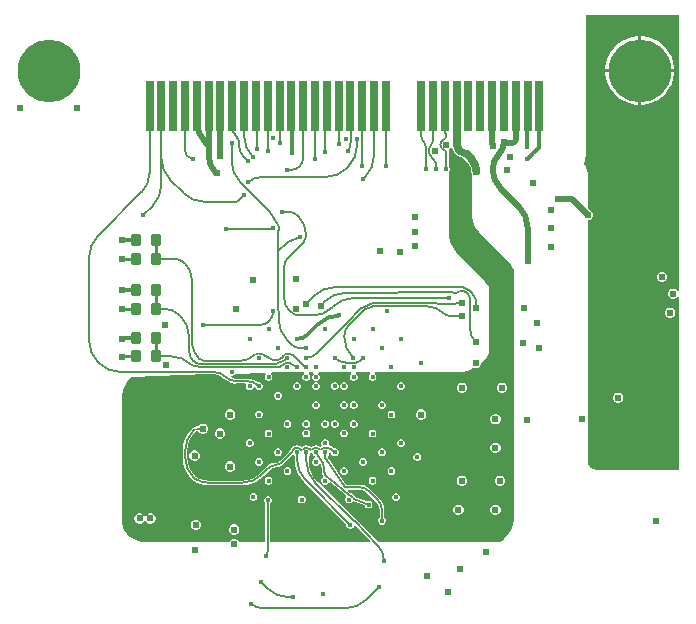
<source format=gbl>
G04*
G04 #@! TF.GenerationSoftware,Altium Limited,Altium Designer,23.3.1 (30)*
G04*
G04 Layer_Physical_Order=4*
G04 Layer_Color=16711680*
%FSLAX45Y45*%
%MOMM*%
G71*
G04*
G04 #@! TF.SameCoordinates,3C985EEB-511E-42A5-9B31-B82869618DE1*
G04*
G04*
G04 #@! TF.FilePolarity,Positive*
G04*
G01*
G75*
%ADD10C,0.12700*%
%ADD13C,0.20320*%
%ADD15C,0.25400*%
%ADD19C,0.63500*%
G04:AMPARAMS|DCode=23|XSize=1mm|YSize=0.9mm|CornerRadius=0.1125mm|HoleSize=0mm|Usage=FLASHONLY|Rotation=270.000|XOffset=0mm|YOffset=0mm|HoleType=Round|Shape=RoundedRectangle|*
%AMROUNDEDRECTD23*
21,1,1.00000,0.67500,0,0,270.0*
21,1,0.77500,0.90000,0,0,270.0*
1,1,0.22500,-0.33750,-0.38750*
1,1,0.22500,-0.33750,0.38750*
1,1,0.22500,0.33750,0.38750*
1,1,0.22500,0.33750,-0.38750*
%
%ADD23ROUNDEDRECTD23*%
%ADD54C,0.15240*%
%ADD55C,0.50800*%
%ADD56C,0.30480*%
%ADD59R,0.70000X4.20000*%
%ADD61R,0.70000X4.19999*%
%ADD64C,5.30000*%
%ADD65C,0.35560*%
%ADD66C,0.40640*%
%ADD67C,0.60960*%
G36*
X11712719Y9258032D02*
X11725798Y9226457D01*
X11748286Y9197149D01*
X11748527Y9197389D01*
X11763230Y9187565D01*
X11780573Y9184115D01*
Y9184115D01*
X11792403Y9182015D01*
X11793576Y9181782D01*
X11804059Y9174778D01*
X11804420Y9174237D01*
X11832375Y9146283D01*
X11841254Y9137403D01*
X11849201Y9127994D01*
X11859894Y9114059D01*
X11871353Y9086395D01*
X11875185Y9057285D01*
X11874679Y9056708D01*
X11874679D01*
X11878129Y9039364D01*
X11880000Y9036564D01*
Y8705210D01*
X11881223Y8680313D01*
X11890937Y8631478D01*
X11909992Y8585475D01*
X11937655Y8544074D01*
X11954395Y8525605D01*
X12200000Y8280000D01*
X12209511Y8270489D01*
X12224457Y8248121D01*
X12234752Y8223267D01*
X12240000Y8196882D01*
X12239999Y8183431D01*
X12239999D01*
X12240000Y8183431D01*
X12239999Y6138970D01*
X12240000Y6113953D01*
X12230239Y6064881D01*
X12211092Y6018655D01*
X12183295Y5977054D01*
X12165605Y5959365D01*
X12151972Y5945732D01*
X12133094Y5933118D01*
X12112118Y5924429D01*
X12089849Y5920000D01*
X12078496Y5920000D01*
X11086503D01*
X10908869Y6104792D01*
X10901678Y6112370D01*
X10900919Y6113360D01*
X10900258Y6113867D01*
X10891123Y6122625D01*
X10577197Y6429139D01*
X10569167Y6439082D01*
X10569119Y6439102D01*
X10559817Y6447754D01*
X10538762Y6473410D01*
X10517064Y6514006D01*
X10503701Y6558054D01*
X10499267Y6603078D01*
X10499423Y6603864D01*
Y6652726D01*
X10507993Y6661296D01*
X10513020Y6673432D01*
X10514280Y6674806D01*
X10519464Y6674245D01*
X10527997Y6670976D01*
X10532007Y6661296D01*
X10541296Y6652007D01*
X10550566Y6648167D01*
X10552426Y6645303D01*
X10552533Y6643996D01*
X10548191Y6630849D01*
X10541296Y6627993D01*
X10532007Y6618704D01*
X10526980Y6606568D01*
Y6593432D01*
X10532007Y6581296D01*
X10541296Y6572007D01*
X10553432Y6566980D01*
X10566568D01*
X10578704Y6572007D01*
X10586569Y6579872D01*
X10593939Y6579469D01*
X10600130Y6577566D01*
X10601099Y6573754D01*
X10608890Y6541299D01*
X10609279Y6539679D01*
X10610153Y6536857D01*
X10611728Y6531105D01*
X10612548Y6529126D01*
X10614163Y6517303D01*
X10616515Y6488650D01*
X10617097Y6486616D01*
X10618616Y6478979D01*
X10622751Y6472791D01*
X10621295Y6467993D01*
X10612006Y6458704D01*
X10606980Y6446568D01*
Y6433432D01*
X10612006Y6421296D01*
X10621295Y6412007D01*
X10633431Y6406980D01*
X10646568D01*
X10658704Y6412007D01*
X10667993Y6421296D01*
X10668702Y6423007D01*
X10681023Y6426085D01*
X10813178Y6317331D01*
X10813731Y6300428D01*
X10812007Y6298704D01*
X10806980Y6286568D01*
Y6273432D01*
X10812007Y6261296D01*
X10821296Y6252007D01*
X10833432Y6246980D01*
X10846568D01*
X10858704Y6252007D01*
X10867993Y6261295D01*
X10876782Y6268576D01*
X10974068Y6230023D01*
X10978481Y6219369D01*
X10987770Y6210080D01*
X10999906Y6205053D01*
X11013043D01*
X11025179Y6210080D01*
X11034468Y6219369D01*
X11039495Y6231505D01*
Y6244642D01*
X11034468Y6256778D01*
X11025179Y6266066D01*
X11013043Y6271093D01*
X10999906D01*
X10988155Y6266226D01*
X10894993Y6303145D01*
X10894541Y6304235D01*
X10893887Y6304506D01*
X10882118Y6322118D01*
X10862794Y6335030D01*
X10862661Y6335057D01*
X10851260Y6337876D01*
X10841036Y6344714D01*
X10831063Y6352921D01*
X10835349Y6364876D01*
X10932146D01*
Y6364711D01*
X10954282Y6361797D01*
X10974910Y6353252D01*
X10992624Y6339660D01*
X10992740Y6339777D01*
X11064266Y6268252D01*
X11073176Y6259201D01*
X11087989Y6239896D01*
X11097301Y6217414D01*
X11100478Y6193288D01*
X11100577D01*
Y6128900D01*
X11092007Y6120330D01*
X11086980Y6108194D01*
Y6095058D01*
X11092007Y6082922D01*
X11101296Y6073633D01*
X11113432Y6068606D01*
X11126568D01*
X11138704Y6073633D01*
X11147993Y6082922D01*
X11153020Y6095058D01*
Y6108194D01*
X11147993Y6120330D01*
X11139423Y6128900D01*
Y6193288D01*
X11140187D01*
X11135658Y6227692D01*
X11122379Y6259751D01*
X11101255Y6287280D01*
X11101255Y6287280D01*
X11091734Y6295720D01*
X11020209Y6367246D01*
X11020702Y6367739D01*
X10994765Y6387642D01*
X10964560Y6400153D01*
X10932146Y6404421D01*
Y6403722D01*
X10818438D01*
X10818228Y6403809D01*
X10667658Y6622331D01*
X10660948Y6632191D01*
X10659423Y6644260D01*
Y6652726D01*
X10667993Y6661296D01*
X10672674Y6672599D01*
X10678093Y6674227D01*
X10685720Y6675424D01*
X10686980Y6674373D01*
Y6673432D01*
X10692007Y6661296D01*
X10701296Y6652007D01*
X10713432Y6646980D01*
X10726568D01*
X10738704Y6652007D01*
X10747993Y6661296D01*
X10753020Y6673432D01*
Y6686568D01*
X10747993Y6698704D01*
X10738704Y6707993D01*
X10726568Y6713020D01*
X10723749D01*
X10712397Y6716276D01*
X10691706Y6730102D01*
X10677248Y6732978D01*
X10676043Y6734061D01*
X10670469Y6747275D01*
X10673020Y6753432D01*
Y6766568D01*
X10667993Y6778704D01*
X10658704Y6787993D01*
X10646568Y6793020D01*
X10633431D01*
X10621295Y6787993D01*
X10612006Y6778704D01*
X10606980Y6766568D01*
Y6753432D01*
X10611016Y6743688D01*
X10605826Y6730882D01*
X10595390Y6726614D01*
X10582794Y6735030D01*
X10560000Y6739565D01*
X10537205Y6735030D01*
X10530053Y6730251D01*
X10518778Y6724553D01*
X10508916Y6730940D01*
X10502795Y6735030D01*
X10480000Y6739565D01*
X10457206Y6735030D01*
X10440000Y6723534D01*
X10422794Y6735030D01*
X10400000Y6739565D01*
X10377206Y6735030D01*
X10357881Y6722119D01*
X10347610Y6706746D01*
X10347606Y6706741D01*
X10347606Y6706740D01*
X10344969Y6702795D01*
X10344312Y6700414D01*
X10343070Y6695919D01*
D01*
X10335569Y6686299D01*
X10255145Y6605874D01*
X10255076Y6605772D01*
X10239164Y6595140D01*
X10232210Y6593757D01*
X10220248Y6591976D01*
Y6591976D01*
X10192439Y6588315D01*
X10166525Y6577581D01*
X10144273Y6560506D01*
X10144272Y6560506D01*
X10135678Y6551140D01*
X10093963Y6509425D01*
X10093518Y6508758D01*
X10058546Y6480058D01*
X10017950Y6458359D01*
X9973902Y6444997D01*
X9928878Y6440563D01*
X9928092Y6440719D01*
X9663655D01*
X9662869Y6440563D01*
X9617846Y6444997D01*
X9573797Y6458359D01*
X9543496Y6474555D01*
Y6474555D01*
X9535524Y6483250D01*
X9511261Y6512815D01*
X9489562Y6553410D01*
X9476200Y6597459D01*
X9471766Y6642483D01*
X9471922Y6643268D01*
Y6687980D01*
X9471766Y6688765D01*
X9476200Y6733789D01*
X9489562Y6777838D01*
X9511261Y6818433D01*
X9532507Y6844322D01*
X9540957Y6853522D01*
X9548256Y6858400D01*
X9556867Y6860112D01*
X9567995Y6856315D01*
X9568315Y6855541D01*
X9580462Y6843394D01*
X9596332Y6836820D01*
X9613510D01*
X9629381Y6843394D01*
X9641528Y6855541D01*
X9648101Y6871411D01*
Y6888589D01*
X9641528Y6904460D01*
X9629381Y6916606D01*
X9613510Y6923180D01*
X9596332D01*
X9580462Y6916606D01*
X9568315Y6904460D01*
X9568070Y6903869D01*
X9556867Y6900254D01*
Y6900254D01*
X9532895Y6895486D01*
X9512572Y6881906D01*
X9512827Y6881652D01*
X9484914Y6848971D01*
X9462457Y6812325D01*
X9446010Y6772617D01*
X9435977Y6730826D01*
X9432605Y6687980D01*
X9433076D01*
Y6643268D01*
X9432605D01*
X9435977Y6600422D01*
X9446010Y6558630D01*
X9462457Y6518923D01*
X9484914Y6482277D01*
X9512826Y6449596D01*
X9512826Y6449595D01*
X9519466Y6443621D01*
X9525768Y6439411D01*
X9526089Y6439347D01*
X9534200Y6434385D01*
X9539309Y6431254D01*
X9579017Y6414807D01*
X9620808Y6404774D01*
X9663655Y6401401D01*
Y6401873D01*
X9928092D01*
Y6401401D01*
X9970939Y6404774D01*
X10012730Y6414807D01*
X10052438Y6431254D01*
X10089083Y6453711D01*
X10121765Y6481623D01*
X10121432Y6481956D01*
X10163147Y6523671D01*
X10172352Y6532427D01*
X10186380Y6543191D01*
X10202716Y6549958D01*
X10220181Y6552257D01*
X10220248Y6552199D01*
Y6552199D01*
X10243181Y6555218D01*
X10264552Y6564070D01*
X10282877Y6578131D01*
X10282905Y6578152D01*
X10282632Y6578424D01*
X10361122Y6656914D01*
X10376835Y6656467D01*
X10380577Y6652726D01*
Y6621665D01*
X10380106D01*
X10383478Y6578818D01*
X10393511Y6537027D01*
X10409958Y6497319D01*
X10432415Y6460674D01*
X10460328Y6427992D01*
X10460661Y6428325D01*
X10818987Y6069999D01*
Y6057879D01*
X10824014Y6045743D01*
X10833303Y6036455D01*
X10845439Y6031428D01*
X10858575D01*
X10870711Y6036455D01*
X10880000Y6045743D01*
X10884256Y6056017D01*
X10891630Y6059153D01*
X10897727Y6060329D01*
X11021387Y5931685D01*
X11016412Y5920000D01*
X10171559D01*
Y6245311D01*
X10173836Y6246254D01*
X10183125Y6255542D01*
X10188152Y6267679D01*
Y6280815D01*
X10183125Y6292951D01*
X10173836Y6302240D01*
X10161700Y6307267D01*
X10148563D01*
X10136427Y6302240D01*
X10127138Y6292951D01*
X10122112Y6280815D01*
Y6267679D01*
X10127138Y6255542D01*
X10132713Y6249968D01*
Y5920000D01*
X9909533D01*
X9906956Y5926222D01*
X9894809Y5938369D01*
X9878939Y5944942D01*
X9861761D01*
X9845890Y5938369D01*
X9833743Y5926222D01*
X9831166Y5920000D01*
X9112825D01*
X9092931Y5920000D01*
X9053908Y5927762D01*
X9017149Y5942988D01*
X8984067Y5965093D01*
X8958111Y5991049D01*
X8939429Y6019009D01*
X8926560Y6050076D01*
X8920000Y6083057D01*
Y6099871D01*
Y7134789D01*
Y7159806D01*
X8929761Y7208878D01*
X8948908Y7255104D01*
X8976705Y7296705D01*
X9000000Y7320000D01*
X9636000Y7339282D01*
X9696182D01*
X9696795Y7339404D01*
X9728695Y7335205D01*
X9758993Y7322655D01*
X9775070Y7310318D01*
X9784328Y7302009D01*
X9784329Y7302009D01*
X9812399Y7280470D01*
X9845088Y7266929D01*
X9880168Y7262311D01*
Y7263073D01*
X9960083D01*
X9968569Y7250372D01*
X9966959Y7246486D01*
Y7233350D01*
X9971986Y7221214D01*
X9981275Y7211925D01*
X9993411Y7206898D01*
X10006548D01*
X10018684Y7211925D01*
X10027973Y7221214D01*
X10029484Y7224862D01*
X10044733Y7230256D01*
X10049123Y7227941D01*
X10052007Y7220978D01*
X10061296Y7211690D01*
X10073432Y7206663D01*
X10086568D01*
X10098704Y7211690D01*
X10107993Y7220978D01*
X10113020Y7233115D01*
Y7246251D01*
X10107993Y7258387D01*
X10098704Y7267676D01*
X10086568Y7272703D01*
X10073432D01*
X10073104Y7272567D01*
X10068928Y7275994D01*
X10039236Y7291865D01*
X10007019Y7301638D01*
X9973514Y7304938D01*
Y7304509D01*
X9880168D01*
Y7304583D01*
X9856029Y7307761D01*
X9840289Y7314280D01*
X9842816Y7326980D01*
X9853348D01*
X9865484Y7332007D01*
X9874773Y7341296D01*
X9876965Y7346588D01*
X10129589Y7354247D01*
X10135008Y7341705D01*
X10132007Y7338704D01*
X10126980Y7326568D01*
Y7313432D01*
X10132007Y7301296D01*
X10141296Y7292007D01*
X10153432Y7286980D01*
X10166568D01*
X10178704Y7292007D01*
X10187993Y7301296D01*
X10193020Y7313432D01*
Y7326568D01*
X10187993Y7338704D01*
X10183521Y7343176D01*
X10188621Y7356037D01*
X10319360Y7360000D01*
X10457097D01*
X10460338Y7350732D01*
X10460603Y7347300D01*
X10452007Y7338704D01*
X10446980Y7326568D01*
Y7313432D01*
X10452007Y7301296D01*
X10461296Y7292007D01*
X10473432Y7286980D01*
X10486568D01*
X10498704Y7292007D01*
X10507993Y7301296D01*
X10513020Y7313432D01*
Y7326568D01*
X10507993Y7338704D01*
X10499397Y7347300D01*
X10499662Y7350732D01*
X10502904Y7360000D01*
X10537097D01*
X10540338Y7350732D01*
X10540603Y7347300D01*
X10532007Y7338704D01*
X10526980Y7326568D01*
Y7313432D01*
X10532007Y7301296D01*
X10541296Y7292007D01*
X10553432Y7286980D01*
X10566568D01*
X10578704Y7292007D01*
X10587993Y7301296D01*
X10593020Y7313432D01*
Y7326568D01*
X10587993Y7338704D01*
X10579397Y7347300D01*
X10579662Y7350732D01*
X10582903Y7360000D01*
X10857097D01*
X10860338Y7350732D01*
X10860603Y7347300D01*
X10852007Y7338704D01*
X10846980Y7326568D01*
Y7313432D01*
X10852007Y7301296D01*
X10861296Y7292007D01*
X10873432Y7286980D01*
X10886568D01*
X10898704Y7292007D01*
X10907993Y7301296D01*
X10913020Y7313432D01*
Y7326568D01*
X10907993Y7338704D01*
X10899397Y7347300D01*
X10899662Y7350732D01*
X10902904Y7360000D01*
X11017097D01*
X11020338Y7350732D01*
X11020603Y7347300D01*
X11012007Y7338704D01*
X11006980Y7326568D01*
Y7313432D01*
X11012007Y7301296D01*
X11021296Y7292007D01*
X11033432Y7286980D01*
X11046568D01*
X11058704Y7292007D01*
X11067993Y7301296D01*
X11073020Y7313432D01*
Y7326568D01*
X11067993Y7338704D01*
X11059397Y7347300D01*
X11059662Y7350732D01*
X11062903Y7360000D01*
X11774790D01*
X11799686Y7361223D01*
X11848522Y7370937D01*
X11894524Y7389992D01*
X11898654Y7392751D01*
X11905411Y7389952D01*
X11922589D01*
X11938459Y7396526D01*
X11950606Y7408673D01*
X11957180Y7424543D01*
Y7437180D01*
X12000000Y7480000D01*
X12006487Y7487158D01*
X12017208Y7503203D01*
X12024593Y7521032D01*
X12028358Y7539960D01*
X12028832Y7549608D01*
X12028833Y7549609D01*
Y8045233D01*
X12028299Y8056102D01*
X12024058Y8077424D01*
X12015738Y8097508D01*
X12003661Y8115584D01*
X11996352Y8123647D01*
X11996352Y8123648D01*
X11762770Y8357230D01*
X11745081Y8374919D01*
X11717283Y8416521D01*
X11698137Y8462746D01*
X11688375Y8511818D01*
Y8536834D01*
X11688375Y9058498D01*
X11691673Y9061796D01*
X11696700Y9073932D01*
Y9087068D01*
X11691673Y9099204D01*
X11688375Y9102502D01*
Y9249293D01*
X11698946Y9259864D01*
X11704338Y9260170D01*
X11712719Y9258032D01*
D02*
G37*
G36*
X13636343Y8049452D02*
X13623643Y8046925D01*
X13623067Y8048319D01*
X13610919Y8060466D01*
X13595049Y8067040D01*
X13577872D01*
X13562001Y8060466D01*
X13549854Y8048319D01*
X13543280Y8032449D01*
Y8015271D01*
X13549854Y7999401D01*
X13562001Y7987254D01*
X13577872Y7980680D01*
X13595049D01*
X13610919Y7987254D01*
X13623067Y7999401D01*
X13623643Y8000795D01*
X13636343Y7998268D01*
X13636343Y6532880D01*
X12931531D01*
X12917294Y6535712D01*
X12903883Y6541266D01*
X12891815Y6549331D01*
X12881551Y6559595D01*
X12873486Y6571664D01*
X12867932Y6585074D01*
X12865100Y6599310D01*
Y6606568D01*
Y8643620D01*
X12873689D01*
X12889558Y8650194D01*
X12901706Y8662341D01*
X12908279Y8678211D01*
Y8695389D01*
X12901706Y8711259D01*
X12889558Y8723406D01*
X12879099Y8727740D01*
X12865100Y8741737D01*
Y9028273D01*
X12864415Y9042214D01*
X12858975Y9069563D01*
X12848305Y9095324D01*
X12832812Y9118509D01*
X12826347Y9124974D01*
X12829352Y9130178D01*
X12835168Y9144221D01*
X12837120Y9151502D01*
X12839542Y9158639D01*
X12842506Y9173548D01*
X12842879Y9179197D01*
X12843892Y9184768D01*
X12844266Y9192368D01*
X12844110Y9194260D01*
X12844357Y9196142D01*
X12844357Y10384984D01*
X13636343D01*
Y8049452D01*
D02*
G37*
%LPC*%
G36*
X10566568Y7273020D02*
X10553432D01*
X10541296Y7267993D01*
X10532007Y7258705D01*
X10526980Y7246568D01*
Y7233432D01*
X10532007Y7221296D01*
X10541296Y7212007D01*
X10553432Y7206980D01*
X10566568D01*
X10578704Y7212007D01*
X10587993Y7221296D01*
X10593020Y7233432D01*
Y7246568D01*
X10587993Y7258705D01*
X10578704Y7267993D01*
X10566568Y7273020D01*
D02*
G37*
G36*
X11286568Y7273020D02*
X11273432D01*
X11261296Y7267993D01*
X11252007Y7258704D01*
X11246980Y7246568D01*
Y7233432D01*
X11252007Y7221296D01*
X11261296Y7212007D01*
X11273432Y7206980D01*
X11286568D01*
X11298704Y7212007D01*
X11307993Y7221296D01*
X11313020Y7233432D01*
Y7246568D01*
X11307993Y7258704D01*
X11298704Y7267993D01*
X11286568Y7273020D01*
D02*
G37*
G36*
X10806568D02*
X10793432D01*
X10781296Y7267993D01*
X10772007Y7258704D01*
X10766980Y7246568D01*
Y7233432D01*
X10772007Y7221296D01*
X10781296Y7212007D01*
X10793432Y7206980D01*
X10806568D01*
X10818704Y7212007D01*
X10827993Y7221296D01*
X10833020Y7233432D01*
Y7246568D01*
X10827993Y7258704D01*
X10818704Y7267993D01*
X10806568Y7273020D01*
D02*
G37*
G36*
X10726568D02*
X10713432D01*
X10701296Y7267993D01*
X10692007Y7258704D01*
X10686980Y7246568D01*
Y7233432D01*
X10692007Y7221296D01*
X10701296Y7212007D01*
X10713432Y7206980D01*
X10726568D01*
X10738704Y7212007D01*
X10747993Y7221296D01*
X10753020Y7233432D01*
Y7246568D01*
X10747993Y7258704D01*
X10738704Y7267993D01*
X10726568Y7273020D01*
D02*
G37*
G36*
X10406568D02*
X10393432D01*
X10381296Y7267993D01*
X10372007Y7258704D01*
X10366980Y7246568D01*
Y7233432D01*
X10372007Y7221296D01*
X10381296Y7212007D01*
X10393432Y7206980D01*
X10406568D01*
X10418704Y7212007D01*
X10427993Y7221296D01*
X10433020Y7233432D01*
Y7246568D01*
X10427993Y7258704D01*
X10418704Y7267993D01*
X10406568Y7273020D01*
D02*
G37*
G36*
X12145146Y7269748D02*
X12127968D01*
X12112098Y7263174D01*
X12099951Y7251027D01*
X12093377Y7235157D01*
Y7217979D01*
X12099951Y7202108D01*
X12112098Y7189961D01*
X12127968Y7183388D01*
X12145146D01*
X12161017Y7189961D01*
X12173163Y7202108D01*
X12179737Y7217979D01*
Y7235157D01*
X12173163Y7251027D01*
X12161017Y7263174D01*
X12145146Y7269748D01*
D02*
G37*
G36*
X11807645D02*
X11790467D01*
X11774597Y7263174D01*
X11762450Y7251027D01*
X11755876Y7235157D01*
Y7217979D01*
X11762450Y7202108D01*
X11774597Y7189961D01*
X11790467Y7183388D01*
X11807645D01*
X11823516Y7189961D01*
X11835663Y7202108D01*
X11842236Y7217979D01*
Y7235157D01*
X11835663Y7251027D01*
X11823516Y7263174D01*
X11807645Y7269748D01*
D02*
G37*
G36*
X10246568Y7193020D02*
X10233432D01*
X10221296Y7187993D01*
X10212007Y7178704D01*
X10206980Y7166568D01*
Y7153432D01*
X10212007Y7141296D01*
X10221296Y7132007D01*
X10233432Y7126980D01*
X10246568D01*
X10258704Y7132007D01*
X10267993Y7141296D01*
X10273020Y7153432D01*
Y7166568D01*
X10267993Y7178704D01*
X10258704Y7187993D01*
X10246568Y7193020D01*
D02*
G37*
G36*
X11126568Y7113020D02*
X11113432D01*
X11101296Y7107993D01*
X11092007Y7098704D01*
X11086980Y7086568D01*
Y7073432D01*
X11092007Y7061296D01*
X11101296Y7052007D01*
X11113432Y7046980D01*
X11126568D01*
X11138704Y7052007D01*
X11147993Y7061296D01*
X11153020Y7073432D01*
Y7086568D01*
X11147993Y7098704D01*
X11138704Y7107993D01*
X11126568Y7113020D01*
D02*
G37*
G36*
X10886568D02*
X10873432D01*
X10861296Y7107993D01*
X10852007Y7098704D01*
X10846980Y7086568D01*
Y7073432D01*
X10852007Y7061296D01*
X10861296Y7052007D01*
X10873432Y7046980D01*
X10886568D01*
X10898704Y7052007D01*
X10907993Y7061296D01*
X10913020Y7073432D01*
Y7086568D01*
X10907993Y7098704D01*
X10898704Y7107993D01*
X10886568Y7113020D01*
D02*
G37*
G36*
X10806568D02*
X10793432D01*
X10781296Y7107993D01*
X10772007Y7098704D01*
X10766980Y7086568D01*
Y7073432D01*
X10772007Y7061296D01*
X10781296Y7052007D01*
X10793432Y7046980D01*
X10806568D01*
X10818704Y7052007D01*
X10827993Y7061296D01*
X10833020Y7073432D01*
Y7086568D01*
X10827993Y7098704D01*
X10818704Y7107993D01*
X10806568Y7113020D01*
D02*
G37*
G36*
X10566568D02*
X10553432D01*
X10541296Y7107993D01*
X10532007Y7098704D01*
X10526980Y7086568D01*
Y7073432D01*
X10532007Y7061296D01*
X10541296Y7052007D01*
X10553432Y7046980D01*
X10566568D01*
X10578704Y7052007D01*
X10587993Y7061296D01*
X10593020Y7073432D01*
Y7086568D01*
X10587993Y7098704D01*
X10578704Y7107993D01*
X10566568Y7113020D01*
D02*
G37*
G36*
X11206568Y7033020D02*
X11193432D01*
X11181296Y7027993D01*
X11172007Y7018704D01*
X11166980Y7006568D01*
Y6993432D01*
X11172007Y6981296D01*
X11181296Y6972007D01*
X11193432Y6966980D01*
X11206568D01*
X11218704Y6972007D01*
X11227993Y6981296D01*
X11233020Y6993432D01*
Y7006568D01*
X11227993Y7018704D01*
X11218704Y7027993D01*
X11206568Y7033020D01*
D02*
G37*
G36*
X10086568D02*
X10073432D01*
X10061296Y7027993D01*
X10052007Y7018704D01*
X10046980Y7006568D01*
Y6993432D01*
X10052007Y6981296D01*
X10061296Y6972007D01*
X10073432Y6966980D01*
X10086568D01*
X10098704Y6972007D01*
X10107993Y6981296D01*
X10113020Y6993432D01*
Y7006568D01*
X10107993Y7018704D01*
X10098704Y7027993D01*
X10086568Y7033020D01*
D02*
G37*
G36*
X11461767Y7043180D02*
X11444589D01*
X11428719Y7036606D01*
X11416572Y7024459D01*
X11409998Y7008589D01*
Y6991411D01*
X11416572Y6975541D01*
X11428719Y6963394D01*
X11444589Y6956820D01*
X11461767D01*
X11477638Y6963394D01*
X11489784Y6975541D01*
X11496358Y6991411D01*
Y7008589D01*
X11489784Y7024459D01*
X11477638Y7036606D01*
X11461767Y7043180D01*
D02*
G37*
G36*
X9844712D02*
X9827534D01*
X9811663Y7036606D01*
X9799517Y7024459D01*
X9792943Y7008589D01*
Y6991411D01*
X9799517Y6975541D01*
X9811663Y6963394D01*
X9827534Y6956820D01*
X9844712D01*
X9860582Y6963394D01*
X9872729Y6975541D01*
X9879303Y6991411D01*
Y7008589D01*
X9872729Y7024459D01*
X9860582Y7036606D01*
X9844712Y7043180D01*
D02*
G37*
G36*
X12089691Y7003180D02*
X12072513D01*
X12056642Y6996606D01*
X12044496Y6984459D01*
X12037922Y6968589D01*
Y6951411D01*
X12044496Y6935541D01*
X12056642Y6923394D01*
X12072513Y6916820D01*
X12089691D01*
X12105561Y6923394D01*
X12117708Y6935541D01*
X12124282Y6951411D01*
Y6968589D01*
X12117708Y6984459D01*
X12105561Y6996606D01*
X12089691Y7003180D01*
D02*
G37*
G36*
X10486568Y6953020D02*
X10473432D01*
X10461296Y6947993D01*
X10452007Y6938704D01*
X10446980Y6926568D01*
Y6913432D01*
X10452007Y6901296D01*
X10461296Y6892007D01*
X10473432Y6886980D01*
X10486568D01*
X10498704Y6892007D01*
X10507993Y6901296D01*
X10513020Y6913432D01*
Y6926568D01*
X10507993Y6938704D01*
X10498704Y6947993D01*
X10486568Y6953020D01*
D02*
G37*
G36*
X10886568Y6953020D02*
X10873432D01*
X10861296Y6947993D01*
X10852007Y6938704D01*
X10846980Y6926568D01*
Y6913432D01*
X10852007Y6901296D01*
X10861296Y6892007D01*
X10873432Y6886980D01*
X10886568D01*
X10898704Y6892007D01*
X10907993Y6901296D01*
X10913020Y6913432D01*
Y6926568D01*
X10907993Y6938704D01*
X10898704Y6947993D01*
X10886568Y6953020D01*
D02*
G37*
G36*
X10726568D02*
X10713432D01*
X10701296Y6947993D01*
X10692007Y6938704D01*
X10686980Y6926568D01*
Y6913432D01*
X10692007Y6901296D01*
X10701296Y6892007D01*
X10713432Y6886980D01*
X10726568D01*
X10738704Y6892007D01*
X10747993Y6901296D01*
X10753020Y6913432D01*
Y6926568D01*
X10747993Y6938704D01*
X10738704Y6947993D01*
X10726568Y6953020D01*
D02*
G37*
G36*
X10646568D02*
X10633432D01*
X10621296Y6947993D01*
X10612007Y6938704D01*
X10606980Y6926568D01*
Y6913432D01*
X10612007Y6901296D01*
X10621296Y6892007D01*
X10633432Y6886980D01*
X10646568D01*
X10658704Y6892007D01*
X10667993Y6901296D01*
X10673020Y6913432D01*
Y6926568D01*
X10667993Y6938704D01*
X10658704Y6947993D01*
X10646568Y6953020D01*
D02*
G37*
G36*
X10326568D02*
X10313432D01*
X10301296Y6947993D01*
X10292007Y6938704D01*
X10286980Y6926568D01*
Y6913432D01*
X10292007Y6901296D01*
X10301296Y6892007D01*
X10313432Y6886980D01*
X10326568D01*
X10338704Y6892007D01*
X10347993Y6901296D01*
X10353020Y6913432D01*
Y6926568D01*
X10347993Y6938704D01*
X10338704Y6947993D01*
X10326568Y6953020D01*
D02*
G37*
G36*
X10806568Y6873020D02*
X10793432D01*
X10781296Y6867993D01*
X10772007Y6858705D01*
X10766980Y6846568D01*
Y6833432D01*
X10772007Y6821296D01*
X10781296Y6812007D01*
X10793432Y6806980D01*
X10806568D01*
X10818704Y6812007D01*
X10827993Y6821296D01*
X10833020Y6833432D01*
Y6846568D01*
X10827993Y6858705D01*
X10818704Y6867993D01*
X10806568Y6873020D01*
D02*
G37*
G36*
X10486568D02*
X10473432D01*
X10461296Y6867993D01*
X10452007Y6858705D01*
X10446980Y6846568D01*
Y6833432D01*
X10452007Y6821296D01*
X10461296Y6812007D01*
X10473432Y6806980D01*
X10486568D01*
X10498704Y6812007D01*
X10507993Y6821296D01*
X10513020Y6833432D01*
Y6846568D01*
X10507993Y6858705D01*
X10498704Y6867993D01*
X10486568Y6873020D01*
D02*
G37*
G36*
X11046568Y6872120D02*
X11033432D01*
X11021296Y6867093D01*
X11012007Y6857804D01*
X11006980Y6845668D01*
Y6832532D01*
X11012007Y6820396D01*
X11021296Y6811107D01*
X11033432Y6806080D01*
X11046568D01*
X11058704Y6811107D01*
X11067993Y6820396D01*
X11073020Y6832532D01*
Y6845668D01*
X11067993Y6857804D01*
X11058704Y6867093D01*
X11046568Y6872120D01*
D02*
G37*
G36*
X10166568D02*
X10153432D01*
X10141296Y6867093D01*
X10132007Y6857804D01*
X10126980Y6845668D01*
Y6832532D01*
X10132007Y6820396D01*
X10141296Y6811107D01*
X10153432Y6806080D01*
X10166568D01*
X10178704Y6811107D01*
X10187993Y6820396D01*
X10193020Y6832532D01*
Y6845668D01*
X10187993Y6857804D01*
X10178704Y6867093D01*
X10166568Y6872120D01*
D02*
G37*
G36*
X9756374Y6882280D02*
X9739196D01*
X9723326Y6875706D01*
X9711179Y6863560D01*
X9704605Y6847689D01*
Y6830511D01*
X9711179Y6814641D01*
X9723326Y6802494D01*
X9739196Y6795920D01*
X9756374D01*
X9772245Y6802494D01*
X9784391Y6814641D01*
X9790965Y6830511D01*
Y6847689D01*
X9784391Y6863560D01*
X9772245Y6875706D01*
X9756374Y6882280D01*
D02*
G37*
G36*
X10006604Y6793085D02*
X9993468D01*
X9981332Y6788058D01*
X9972043Y6778769D01*
X9967016Y6766633D01*
Y6753497D01*
X9972043Y6741361D01*
X9981332Y6732072D01*
X9993468Y6727045D01*
X10006604D01*
X10018740Y6732072D01*
X10028029Y6741361D01*
X10033056Y6753497D01*
Y6766633D01*
X10028029Y6778769D01*
X10018740Y6788058D01*
X10006604Y6793085D01*
D02*
G37*
G36*
X11286568Y6793020D02*
X11273432D01*
X11261296Y6787993D01*
X11252007Y6778704D01*
X11246980Y6766568D01*
Y6753432D01*
X11252007Y6741296D01*
X11261296Y6732007D01*
X11273432Y6726980D01*
X11286568D01*
X11298704Y6732007D01*
X11307993Y6741296D01*
X11313020Y6753432D01*
Y6766568D01*
X11307993Y6778704D01*
X11298704Y6787993D01*
X11286568Y6793020D01*
D02*
G37*
G36*
X12089691Y6763180D02*
X12072513D01*
X12056642Y6756607D01*
X12044496Y6744460D01*
X12037922Y6728589D01*
Y6711411D01*
X12044496Y6695541D01*
X12056642Y6683394D01*
X12072513Y6676820D01*
X12089691D01*
X12105561Y6683394D01*
X12117708Y6695541D01*
X12124282Y6711411D01*
Y6728589D01*
X12117708Y6744460D01*
X12105561Y6756607D01*
X12089691Y6763180D01*
D02*
G37*
G36*
X11126568Y6713020D02*
X11113432D01*
X11101296Y6707993D01*
X11092007Y6698704D01*
X11086980Y6686568D01*
Y6673432D01*
X11092007Y6661296D01*
X11101296Y6652007D01*
X11113432Y6646980D01*
X11126568D01*
X11138704Y6652007D01*
X11147993Y6661296D01*
X11153020Y6673432D01*
Y6686568D01*
X11147993Y6698704D01*
X11138704Y6707993D01*
X11126568Y6713020D01*
D02*
G37*
G36*
X10246568D02*
X10233432D01*
X10221296Y6707993D01*
X10212007Y6698704D01*
X10206980Y6686568D01*
Y6673432D01*
X10212007Y6661296D01*
X10221296Y6652007D01*
X10233432Y6646980D01*
X10246568D01*
X10258704Y6652007D01*
X10267993Y6661296D01*
X10273020Y6673432D01*
Y6686568D01*
X10267993Y6698704D01*
X10258704Y6707993D01*
X10246568Y6713020D01*
D02*
G37*
G36*
X9541588Y6695906D02*
X9524410D01*
X9508540Y6689332D01*
X9496393Y6677185D01*
X9489819Y6661315D01*
Y6644137D01*
X9496393Y6628266D01*
X9508540Y6616120D01*
X9524410Y6609546D01*
X9541588D01*
X9557459Y6616120D01*
X9569605Y6628266D01*
X9576179Y6644137D01*
Y6661315D01*
X9569605Y6677185D01*
X9557459Y6689332D01*
X9541588Y6695906D01*
D02*
G37*
G36*
X11426408Y6673020D02*
X11413272D01*
X11401136Y6667993D01*
X11391847Y6658704D01*
X11386820Y6646568D01*
Y6633432D01*
X11391847Y6621296D01*
X11401136Y6612007D01*
X11413272Y6606980D01*
X11426408D01*
X11438544Y6612007D01*
X11447833Y6621296D01*
X11452860Y6633432D01*
Y6646568D01*
X11447833Y6658704D01*
X11438544Y6667993D01*
X11426408Y6673020D01*
D02*
G37*
G36*
X10966568Y6633020D02*
X10953432D01*
X10941296Y6627993D01*
X10932007Y6618704D01*
X10926980Y6606568D01*
Y6593432D01*
X10932007Y6581296D01*
X10941296Y6572007D01*
X10953432Y6566980D01*
X10966568D01*
X10978704Y6572007D01*
X10987993Y6581296D01*
X10993020Y6593432D01*
Y6606568D01*
X10987993Y6618704D01*
X10978704Y6627993D01*
X10966568Y6633020D01*
D02*
G37*
G36*
X10086568D02*
X10073432D01*
X10061296Y6627993D01*
X10052007Y6618704D01*
X10046980Y6606568D01*
Y6593432D01*
X10052007Y6581296D01*
X10061296Y6572007D01*
X10073432Y6566980D01*
X10086568D01*
X10098704Y6572007D01*
X10107993Y6581296D01*
X10113020Y6593432D01*
Y6606568D01*
X10107993Y6618704D01*
X10098704Y6627993D01*
X10086568Y6633020D01*
D02*
G37*
G36*
X9844712Y6603180D02*
X9827534D01*
X9811663Y6596606D01*
X9799517Y6584460D01*
X9792943Y6568589D01*
Y6551411D01*
X9799517Y6535541D01*
X9811663Y6523394D01*
X9827534Y6516820D01*
X9844712D01*
X9860582Y6523394D01*
X9872729Y6535541D01*
X9879303Y6551411D01*
Y6568589D01*
X9872729Y6584460D01*
X9860582Y6596606D01*
X9844712Y6603180D01*
D02*
G37*
G36*
X11206568Y6553020D02*
X11193432D01*
X11181296Y6547993D01*
X11172007Y6538704D01*
X11166980Y6526568D01*
Y6513432D01*
X11172007Y6501296D01*
X11181296Y6492007D01*
X11193432Y6486980D01*
X11206568D01*
X11218704Y6492007D01*
X11227993Y6501296D01*
X11233020Y6513432D01*
Y6526568D01*
X11227993Y6538704D01*
X11218704Y6547993D01*
X11206568Y6553020D01*
D02*
G37*
G36*
X10806568D02*
X10793432D01*
X10781296Y6547993D01*
X10772007Y6538704D01*
X10766980Y6526568D01*
Y6513432D01*
X10772007Y6501296D01*
X10781296Y6492007D01*
X10793432Y6486980D01*
X10806568D01*
X10818704Y6492007D01*
X10827993Y6501296D01*
X10833020Y6513432D01*
Y6526568D01*
X10827993Y6538704D01*
X10818704Y6547993D01*
X10806568Y6553020D01*
D02*
G37*
G36*
X10326568D02*
X10313432D01*
X10301296Y6547993D01*
X10292007Y6538704D01*
X10286980Y6526568D01*
Y6513432D01*
X10292007Y6501296D01*
X10301296Y6492007D01*
X10313432Y6486980D01*
X10326568D01*
X10338704Y6492007D01*
X10347993Y6501296D01*
X10353020Y6513432D01*
Y6526568D01*
X10347993Y6538704D01*
X10338704Y6547993D01*
X10326568Y6553020D01*
D02*
G37*
G36*
X11046568Y6473020D02*
X11033432D01*
X11021296Y6467993D01*
X11012007Y6458704D01*
X11006980Y6446568D01*
Y6433432D01*
X11012007Y6421296D01*
X11021296Y6412007D01*
X11033432Y6406980D01*
X11046568D01*
X11058704Y6412007D01*
X11067993Y6421296D01*
X11073020Y6433432D01*
Y6446568D01*
X11067993Y6458704D01*
X11058704Y6467993D01*
X11046568Y6473020D01*
D02*
G37*
G36*
X10166568D02*
X10153432D01*
X10141296Y6467993D01*
X10132007Y6458704D01*
X10126980Y6446568D01*
Y6433432D01*
X10132007Y6421296D01*
X10141296Y6412007D01*
X10153432Y6406980D01*
X10166568D01*
X10178704Y6412007D01*
X10187993Y6421296D01*
X10193020Y6433432D01*
Y6446568D01*
X10187993Y6458704D01*
X10178704Y6467993D01*
X10166568Y6473020D01*
D02*
G37*
G36*
X12128589Y6483180D02*
X12111411D01*
X12095540Y6476606D01*
X12083394Y6464460D01*
X12076820Y6448589D01*
Y6431411D01*
X12083394Y6415541D01*
X12095540Y6403394D01*
X12111411Y6396820D01*
X12128589D01*
X12144459Y6403394D01*
X12156606Y6415541D01*
X12163180Y6431411D01*
Y6448589D01*
X12156606Y6464460D01*
X12144459Y6476606D01*
X12128589Y6483180D01*
D02*
G37*
G36*
X11803416D02*
X11786238D01*
X11770368Y6476606D01*
X11758221Y6464460D01*
X11751647Y6448589D01*
Y6431411D01*
X11758221Y6415541D01*
X11770368Y6403394D01*
X11786238Y6396820D01*
X11803416D01*
X11819286Y6403394D01*
X11831433Y6415541D01*
X11838007Y6431411D01*
Y6448589D01*
X11831433Y6464460D01*
X11819286Y6476606D01*
X11803416Y6483180D01*
D02*
G37*
G36*
X10038097Y6335260D02*
X10024961D01*
X10012825Y6330233D01*
X10003536Y6320944D01*
X9998509Y6308808D01*
Y6295672D01*
X10003536Y6283536D01*
X10012825Y6274247D01*
X10024961Y6269220D01*
X10038097D01*
X10050233Y6274247D01*
X10059522Y6283536D01*
X10064549Y6295672D01*
Y6308808D01*
X10059522Y6320944D01*
X10050233Y6330233D01*
X10038097Y6335260D01*
D02*
G37*
G36*
X11246068Y6334760D02*
X11232932D01*
X11220796Y6329733D01*
X11211507Y6320444D01*
X11206480Y6308308D01*
Y6295172D01*
X11211507Y6283036D01*
X11220796Y6273747D01*
X11232932Y6268720D01*
X11246068D01*
X11258204Y6273747D01*
X11267493Y6283036D01*
X11272520Y6295172D01*
Y6308308D01*
X11267493Y6320444D01*
X11258204Y6329733D01*
X11246068Y6334760D01*
D02*
G37*
G36*
X10446568Y6313020D02*
X10433432D01*
X10421296Y6307993D01*
X10412007Y6298704D01*
X10406980Y6286568D01*
Y6273432D01*
X10412007Y6261296D01*
X10421296Y6252007D01*
X10433432Y6246980D01*
X10446568D01*
X10458704Y6252007D01*
X10467993Y6261296D01*
X10473020Y6273432D01*
Y6286568D01*
X10467993Y6298704D01*
X10458704Y6307993D01*
X10446568Y6313020D01*
D02*
G37*
G36*
X12089691Y6238073D02*
X12072513D01*
X12056642Y6231500D01*
X12044496Y6219353D01*
X12037922Y6203482D01*
Y6186304D01*
X12044496Y6170434D01*
X12056642Y6158287D01*
X12072513Y6151713D01*
X12089691D01*
X12105561Y6158287D01*
X12117708Y6170434D01*
X12124282Y6186304D01*
Y6203482D01*
X12117708Y6219353D01*
X12105561Y6231500D01*
X12089691Y6238073D01*
D02*
G37*
G36*
X11776368D02*
X11759190D01*
X11743320Y6231500D01*
X11731173Y6219353D01*
X11724599Y6203482D01*
Y6186304D01*
X11731173Y6170434D01*
X11743320Y6158287D01*
X11759190Y6151713D01*
X11776368D01*
X11792239Y6158287D01*
X11804386Y6170434D01*
X11810959Y6186304D01*
Y6203482D01*
X11804386Y6219353D01*
X11792239Y6231500D01*
X11776368Y6238073D01*
D02*
G37*
G36*
X9168589Y6163180D02*
X9151411D01*
X9135541Y6156606D01*
X9123394Y6144459D01*
X9120873Y6138374D01*
X9107127D01*
X9104606Y6144459D01*
X9092459Y6156606D01*
X9076589Y6163180D01*
X9059411D01*
X9043540Y6156606D01*
X9031393Y6144459D01*
X9024820Y6128589D01*
Y6111411D01*
X9031393Y6095540D01*
X9043540Y6083393D01*
X9059411Y6076820D01*
X9076589D01*
X9092459Y6083393D01*
X9104606Y6095540D01*
X9107127Y6101626D01*
X9120873D01*
X9123394Y6095541D01*
X9135541Y6083394D01*
X9151411Y6076820D01*
X9168589D01*
X9184459Y6083394D01*
X9196606Y6095541D01*
X9203180Y6111411D01*
Y6128589D01*
X9196606Y6144459D01*
X9184459Y6156606D01*
X9168589Y6163180D01*
D02*
G37*
G36*
X9551574Y6107628D02*
X9534396D01*
X9518526Y6101054D01*
X9506379Y6088907D01*
X9499805Y6073037D01*
Y6055859D01*
X9506379Y6039988D01*
X9518526Y6027841D01*
X9534396Y6021268D01*
X9551574D01*
X9567445Y6027841D01*
X9579592Y6039988D01*
X9586165Y6055859D01*
Y6073037D01*
X9579592Y6088907D01*
X9567445Y6101054D01*
X9551574Y6107628D01*
D02*
G37*
G36*
X9878939Y6069702D02*
X9861761D01*
X9845890Y6063129D01*
X9833743Y6050982D01*
X9827170Y6035111D01*
Y6017933D01*
X9833743Y6002063D01*
X9845890Y5989916D01*
X9861761Y5983342D01*
X9878939D01*
X9894809Y5989916D01*
X9906956Y6002063D01*
X9913530Y6017933D01*
Y6035111D01*
X9906956Y6050982D01*
X9894809Y6063129D01*
X9878939Y6069702D01*
D02*
G37*
G36*
X13325356Y10203140D02*
X13315199D01*
Y9925440D01*
X13592900D01*
Y9935595D01*
X13585748Y9980742D01*
X13571625Y10024215D01*
X13550871Y10064943D01*
X13524004Y10101923D01*
X13491682Y10134244D01*
X13454703Y10161112D01*
X13413976Y10181864D01*
X13370502Y10195989D01*
X13325356Y10203140D01*
D02*
G37*
G36*
X13289799D02*
X13279645D01*
X13234499Y10195989D01*
X13191025Y10181864D01*
X13150298Y10161112D01*
X13113316Y10134244D01*
X13080995Y10101923D01*
X13054128Y10064943D01*
X13033376Y10024215D01*
X13019250Y9980742D01*
X13012100Y9935595D01*
Y9925440D01*
X13289799D01*
Y10203140D01*
D02*
G37*
G36*
X13592900Y9900040D02*
X13315199D01*
Y9622340D01*
X13325356D01*
X13370502Y9629491D01*
X13413976Y9643616D01*
X13454703Y9664368D01*
X13491682Y9691235D01*
X13524004Y9723557D01*
X13550871Y9760537D01*
X13571625Y9801265D01*
X13585748Y9844738D01*
X13592900Y9889885D01*
Y9900040D01*
D02*
G37*
G36*
X13289799D02*
X13012100D01*
Y9889885D01*
X13019250Y9844738D01*
X13033376Y9801265D01*
X13054128Y9760537D01*
X13080995Y9723557D01*
X13113316Y9691235D01*
X13150298Y9664368D01*
X13191025Y9643616D01*
X13234499Y9629491D01*
X13279645Y9622340D01*
X13289799D01*
Y9900040D01*
D02*
G37*
G36*
X13498589Y8207785D02*
X13481412D01*
X13465541Y8201211D01*
X13453394Y8189065D01*
X13446820Y8173194D01*
Y8156016D01*
X13453394Y8140146D01*
X13465541Y8127999D01*
X13481412Y8121425D01*
X13498589D01*
X13514459Y8127999D01*
X13526607Y8140146D01*
X13533180Y8156016D01*
Y8173194D01*
X13526607Y8189065D01*
X13514459Y8201211D01*
X13498589Y8207785D01*
D02*
G37*
G36*
X13570322Y7904951D02*
X13553143D01*
X13537273Y7898378D01*
X13525125Y7886231D01*
X13518552Y7870360D01*
Y7853182D01*
X13525125Y7837312D01*
X13537273Y7825165D01*
X13553143Y7818591D01*
X13570322D01*
X13586191Y7825165D01*
X13598338Y7837312D01*
X13604912Y7853182D01*
Y7870360D01*
X13598338Y7886231D01*
X13586191Y7898378D01*
X13570322Y7904951D01*
D02*
G37*
G36*
X13128589Y7185477D02*
X13111411D01*
X13095540Y7178903D01*
X13083394Y7166756D01*
X13076820Y7150886D01*
Y7133708D01*
X13083394Y7117837D01*
X13095540Y7105690D01*
X13111411Y7099117D01*
X13128589D01*
X13144460Y7105690D01*
X13156606Y7117837D01*
X13163181Y7133708D01*
Y7150886D01*
X13156606Y7166756D01*
X13144460Y7178903D01*
X13128589Y7185477D01*
D02*
G37*
%LPD*%
D10*
X10804331Y6389746D02*
G03*
X10814757Y6384299I10426J7253D01*
G01*
X11006475Y6353511D02*
G03*
X10932146Y6384299I-74329J-74329D01*
G01*
X10640000Y6632191D02*
G03*
X10642210Y6625032I12701J0D01*
G01*
X11120000Y6193288D02*
G03*
X11086980Y6273006I-112737J0D01*
G01*
X10400000Y6621665D02*
G03*
X10474395Y6442060I254000J0D01*
G01*
X10887715Y6098772D02*
G03*
X10886609Y6099886I-35708J-34324D01*
G01*
X10480000Y6603864D02*
G03*
X10554358Y6424296I254000J0D01*
G01*
X11138704Y5760000D02*
G03*
X11082223Y5896430I-193014J0D01*
G01*
X11082018Y5896638D02*
G03*
X11082139Y5896514I9157J8802D01*
G01*
X10554460Y6424194D02*
G03*
X10554513Y6424142I8926J9036D01*
G01*
X10617762Y6590274D02*
G03*
X10617083Y6592819I-12545J-1980D01*
G01*
X10617084Y6592820D02*
G03*
X10560038Y6679962I-236523J-92591D01*
G01*
X10876859Y6293834D02*
G03*
X10883937Y6286633I11850J4569D01*
G01*
X10838321Y6321794D02*
G03*
X10844630Y6319097I7962J9895D01*
G01*
X10675354Y6457323D02*
G03*
X10646365Y6478852I-35354J-17323D01*
G01*
X10675354Y6457323D02*
G03*
X10678570Y6453258I11358J5682D01*
G01*
X10635874Y6490239D02*
G03*
X10646365Y6478852I12650J1128D01*
G01*
X10632389Y6532670D02*
G03*
X10631674Y6536015I-12664J-959D01*
G01*
X10617762Y6590274D02*
G03*
X10631674Y6536015I276238J41917D01*
G01*
X10876859Y6293834D02*
G03*
X10844630Y6319097I-36859J-13834D01*
G01*
X10590306Y6705131D02*
G03*
X10609708Y6705148I9694J8205D01*
G01*
X10438186Y6700977D02*
G03*
X10449832Y6705295I1971J12546D01*
G01*
X10517967Y6703387D02*
G03*
X10531131Y6706769I3913J12083D01*
G01*
X10268879Y6592140D02*
G03*
X10268897Y6592158I-48631J48668D01*
G01*
X10657550Y6715242D02*
G03*
X10609708Y6705148I-17551J-35241D01*
G01*
X10590306Y6705131D02*
G03*
X10531131Y6706769I-30306J-25131D01*
G01*
X10507516Y6708158D02*
G03*
X10449832Y6705295I-27516J-28158D01*
G01*
X10135235Y5800345D02*
G03*
X10152136Y5841147I-40802J40802D01*
G01*
X10128832Y5789405D02*
G03*
X10131813Y5793747I-8753J9203D01*
G01*
X11800000Y7831654D02*
G03*
X11794827Y7833797I-5173J-5173D01*
G01*
X10171450Y8567213D02*
G03*
X10200000Y8579039I0J40376D01*
G01*
X10409276Y8682560D02*
G03*
X10322864Y8718353I-86412J-86412D01*
G01*
X10480000Y8511818D02*
G03*
X10409276Y8682560I-241466J0D01*
G01*
X10319360Y8320808D02*
G03*
X10292726Y8256509I64299J-64299D01*
G01*
Y7984582D02*
G03*
X10336794Y7878192I150458J0D01*
G01*
X10346774Y7871243D02*
G03*
X10336794Y7878192I-11361J-5676D01*
G01*
X10386576Y7843837D02*
G03*
X10418034Y7840000I31458J127027D01*
G01*
X10541296D02*
G03*
X10695649Y7903935I0J218288D01*
G01*
X10884178Y7987254D02*
G03*
X10704572Y7912859I0J-254000D01*
G01*
X10347441Y9070311D02*
G03*
X10424160Y9102089I0J108498D01*
G01*
D02*
G03*
X10452502Y9170513I-68424J68424D01*
G01*
X10458526Y8459974D02*
G03*
X10480000Y8511818I-51843J51843D01*
G01*
X10346774Y7871243D02*
G03*
X10385198Y7844090I44366J22020D01*
G01*
X10386576Y7843837D02*
G03*
X10385198Y7844090I-2981J-12345D01*
G01*
X10244965Y7807081D02*
G03*
X10319360Y7627475I254000J0D01*
G01*
X10095900Y7760614D02*
G03*
X10161867Y7787939I0J93292D01*
G01*
D02*
G03*
X10200000Y7880000I-92061J92061D01*
G01*
X10240631Y7957493D02*
G03*
X10240647Y7956131I39369J-221D01*
G01*
X10244965Y7807081D02*
G03*
X10244960Y7807449I-12701J0D01*
G01*
X11688527Y7937770D02*
G03*
X11694787Y7937895I2145J49484D01*
G01*
X10943928Y7899522D02*
G03*
X10942040Y7897961I7112J-10522D01*
G01*
X10949907Y7903309D02*
G03*
X10947876Y7902191I5081J-11640D01*
G01*
X11489301Y7946405D02*
G03*
X11477202Y7946668I-12099J-279138D01*
G01*
X11551172Y9313386D02*
G03*
X11552499Y9318881I-11373J5655D01*
G01*
X11577320Y9122946D02*
G03*
X11574969Y9130307I-12701J-0D01*
G01*
X11490193Y9234933D02*
G03*
X11490029Y9228713I74757J-5089D01*
G01*
X11492237Y9264958D02*
G03*
X11492266Y9265820I-12671J863D01*
G01*
X11520580Y9251857D02*
G03*
X11524528Y9201221I44370J-22013D01*
G01*
X11452500Y9361825D02*
G03*
X11477202Y9302189I84338J0D01*
G01*
X11492266Y9265820D02*
G03*
X11477202Y9302189I-51432J0D01*
G01*
X11657394Y9409090D02*
G03*
X11657395Y9408896I12700J0D01*
G01*
X11663680Y9224823D02*
G03*
X11653631Y9237164I-12700J-80D01*
G01*
X11649850Y9333223D02*
G03*
X11658912Y9345746I-3633J12169D01*
G01*
X11649850Y9333223D02*
G03*
X11653631Y9237164I13830J-47560D01*
G01*
X10857363Y9324935D02*
G03*
X10857556Y9328869I-39177J3895D01*
G01*
X10852564Y9276657D02*
G03*
X10852501Y9275401I12639J-1256D01*
G01*
X10834417Y9231741D02*
G03*
X10852501Y9275401I-43660J43660D01*
G01*
X9852498Y9433361D02*
G03*
X9882534Y9360849I102548J0D01*
G01*
X9911130Y9291811D02*
G03*
X9882534Y9360849I-97634J0D01*
G01*
X9911130Y9272279D02*
G03*
X9946688Y9186435I121401J0D01*
G01*
X9952498Y9360849D02*
G03*
X10026220Y9182867I251704J0D01*
G01*
X10059673Y9595417D02*
G03*
X10052498Y9612740I-24499J0D01*
G01*
X9083180Y8680000D02*
G03*
X9099020Y8686561I0J22402D01*
G01*
X9178105Y8765645D02*
G03*
X9252499Y8945251I-179605J179605D01*
G01*
Y9168113D02*
G03*
X9326894Y8988508I254000J0D01*
G01*
X9441008Y8874395D02*
G03*
X9620613Y8800000I179605J179605D01*
G01*
X9882534D02*
G03*
X9898514Y8806619I0J22599D01*
G01*
X10641752Y9010646D02*
G03*
X10821358Y9085041I0J254000D01*
G01*
X10097277Y9010646D02*
G03*
X9989021Y8965805I0J-153096D01*
G01*
X10833295Y9096979D02*
G03*
X10907690Y9276584I-179605J179605D01*
G01*
X10220248Y7427449D02*
G03*
X10278305Y7451497I0J82105D01*
G01*
X10228101Y7400000D02*
G03*
X10287074Y7424428I0J83401D01*
G01*
X10293945Y7459298D02*
G03*
X10283505Y7453510I26055J-59298D01*
G01*
X10287074Y7424428D02*
G03*
X10291777Y7427449I-4346J11933D01*
G01*
X10337092Y7435466D02*
G03*
X10291777Y7427449I-17092J-35467D01*
G01*
X10278305Y7451497D02*
G03*
X10283505Y7453510I-1871J12562D01*
G01*
X9556868Y6880000D02*
G03*
X9526894Y6867585I0J-42389D01*
G01*
D02*
G03*
X9452499Y6687980I179605J-179605D01*
G01*
Y6643268D02*
G03*
X9526894Y6463663I254000J0D01*
G01*
X9533201Y6457356D02*
G03*
X9663655Y6421296I130454J217940D01*
G01*
X10698061Y6701939D02*
G03*
X10667298Y6714682I-30763J-30763D01*
G01*
X10657550Y6715242D02*
G03*
X10667298Y6714682I5546J11425D01*
G01*
X10430146Y6705323D02*
G03*
X10437629Y6701068I9647J8260D01*
G01*
X10357978Y6681239D02*
G03*
X10361374Y6687619I-9049J8911D01*
G01*
X10220248Y6572007D02*
G03*
X10268879Y6592140I0J68801D01*
G01*
X10220248Y6572007D02*
G03*
X10158393Y6546386I0J-87476D01*
G01*
X9928092Y6421296D02*
G03*
X10107698Y6495691I0J254000D01*
G01*
X10507516Y6708158D02*
G03*
X10512178Y6705318I8784J9173D01*
G01*
X10430146Y6705323D02*
G03*
X10361374Y6687619I-30145J-25323D01*
G01*
X9208394Y7644276D02*
G03*
X9206857Y7647986I-5247J0D01*
G01*
X9507812Y7419288D02*
G03*
X9328207Y7493683I-179605J-179605D01*
G01*
X9509445Y7417655D02*
G03*
X9590586Y7400000I81142J177629D01*
G01*
X9486820Y7538750D02*
G03*
X9521411Y7455240I118101J0D01*
G01*
D02*
G03*
X9588504Y7427449I67093J67093D01*
G01*
X9573180Y7470886D02*
G03*
X9615129Y7453510I41949J41949D01*
G01*
X9512369Y7589205D02*
G03*
X9573180Y7470886I214683J35552D01*
G01*
X9412425Y7836767D02*
G03*
X9268050Y7896570I-144375J-144375D01*
G01*
X9486820Y7657162D02*
G03*
X9412425Y7836767I-254000J0D01*
G01*
X9512220Y7591065D02*
G03*
X9512369Y7589205I12700J81D01*
G01*
X9452499Y8280000D02*
G03*
X9355930Y8320000I-96569J-96569D01*
G01*
X9509445Y8142521D02*
G03*
X9452499Y8280000I-194425J0D01*
G01*
X9512220Y7677279D02*
G03*
X9509555Y7715782I-279400J0D01*
G01*
X9509445Y7717370D02*
G03*
X9509555Y7715782I12700J81D01*
G01*
X9911130Y7453510D02*
G03*
X10044390Y7508708I0J188458D01*
G01*
X10061940Y7515977D02*
G03*
X10044390Y7508708I0J-24819D01*
G01*
X10160350Y7478793D02*
G03*
X10212486Y7457197I52137J52137D01*
G01*
D02*
G03*
X10273121Y7482313I0J85751D01*
G01*
X10278864Y7488056D02*
G03*
X10283084Y7493683I-7653J10136D01*
G01*
X10100065Y7513873D02*
G03*
X10103533Y7512493I6378J10982D01*
G01*
X10100065Y7513873D02*
G03*
X10065933Y7516771I-20065J-33873D01*
G01*
X10155132Y7484011D02*
G03*
X10103533Y7512493I-75132J-75132D01*
G01*
X10061940Y7515977D02*
G03*
X10065933Y7516771I-449J12692D01*
G01*
X10341059Y7513264D02*
G03*
X10283084Y7493683I-21059J-33264D01*
G01*
X10295595Y7460190D02*
G03*
X10320000Y7480000I-83108J127324D01*
G01*
X10293945Y7459298D02*
G03*
X10295594Y7460190I-5199J11587D01*
G01*
X10370969Y7500147D02*
G03*
X10345912Y7511792I-28463J-28464D01*
G01*
X10341059Y7513264D02*
G03*
X10345912Y7511792I6039J11173D01*
G01*
X10464833Y7406283D02*
G03*
X10480000Y7400000I15167J15167D01*
G01*
X10395875Y7404125D02*
G03*
X10339775Y7434552I-79332J-79338D01*
G01*
X10337092Y7435466D02*
G03*
X10339775Y7434552I5414J11489D01*
G01*
X10345420Y7600000D02*
G03*
X10441988Y7560000I96568J96568D01*
G01*
X10336835Y7610001D02*
G03*
X10345420Y7600000I69955J51369D01*
G01*
X11052501Y7946668D02*
G03*
X11047447Y7945619I0J-12701D01*
G01*
X11057772Y7921268D02*
G03*
X11052743Y7920230I0J-12700D01*
G01*
X11656807Y7846873D02*
G03*
X11688375Y7833797I31568J31568D01*
G01*
X11656807Y7846873D02*
G03*
X11477202Y7921268I-179605J-179605D01*
G01*
X10962216Y7880961D02*
G03*
X10958329Y7878329I5054J-11651D01*
G01*
X10840614Y7760614D02*
G03*
X10800000Y7662563I98051J-98051D01*
G01*
D02*
G03*
X10874395Y7482958I254000J0D01*
G01*
X10822653Y7778574D02*
G03*
X10821443Y7777351I116012J-116011D01*
G01*
X10564519Y7514983D02*
G03*
X10564668Y7515132I-84519J84607D01*
G01*
X10480000Y7480000D02*
G03*
X10564519Y7514983I0J119590D01*
G01*
X10652502Y9612740D02*
G03*
X10640000Y9582557I30183J-30183D01*
G01*
X10978106Y9010646D02*
G03*
X11052501Y9190251I-179605J179605D01*
G01*
X11120000Y6101626D02*
Y6193288D01*
X10642209Y6625032D02*
X10804331Y6389746D01*
X10814757Y6384299D02*
X10932146D01*
X10640000Y6632191D02*
Y6680000D01*
X11006475Y6353511D02*
X11086980Y6273006D01*
X10474395Y6442060D02*
X10852007Y6064448D01*
X10400000Y6621665D02*
Y6680000D01*
X11082138Y5896514D02*
X11082223Y5896430D01*
X10887715Y6098772D02*
X11082018Y5896638D01*
X10554358Y6424296D02*
X10554460Y6424193D01*
X10554512Y6424142D02*
X10886609Y6099886D01*
X10480000Y6603864D02*
Y6680000D01*
X10617083Y6592819D02*
X10617083Y6592820D01*
X10560000Y6680000D02*
X10560038Y6679962D01*
X10883937Y6286633D02*
X11006475Y6238073D01*
X10678569Y6453258D02*
X10838321Y6321794D01*
X10632389Y6532670D02*
X10635874Y6490239D01*
X9533201Y6457356D02*
X9533201Y6457356D01*
X10437629Y6701068D02*
X10438186Y6700976D01*
X10152136Y6273006D02*
X10155132Y6274247D01*
X10131812Y5793747D02*
X10134403Y5800000D01*
X10152136Y5841147D02*
Y6273006D01*
X11688375Y7833797D02*
X11794827D01*
X9799517Y8567213D02*
X10171450D01*
X10273121Y8718353D02*
X10322864D01*
X10292726Y7984582D02*
Y8256509D01*
X10418034Y7840000D02*
X10541296D01*
X10695649Y7903935D02*
X10704572Y7912859D01*
X10884178Y7987254D02*
X11690672D01*
X10097277Y9010646D02*
X10641752D01*
X10320000Y9070311D02*
X10347441D01*
X10319360Y8320808D02*
X10458526Y8459974D01*
X10240647Y7956131D02*
X10244959Y7807449D01*
X10319360Y7627475D02*
X10336835Y7610001D01*
X10949907Y7903308D02*
X10949962Y7903332D01*
X10943928Y7899522D02*
X10947876Y7902191D01*
X11489301Y7946405D02*
X11688527Y7937770D01*
X10822653Y7778574D02*
X10942040Y7897961D01*
X11052501Y7946668D02*
X11477202D01*
X11694787Y7937895D02*
X11800000Y7946668D01*
X10949962Y7903332D02*
X11047447Y7945619D01*
X11663680Y9080500D02*
Y9224823D01*
X11552499Y9318881D02*
X11552500Y9318961D01*
X11520580Y9251857D02*
X11551172Y9313386D01*
X11524527Y9201221D02*
X11574969Y9130307D01*
X11490193Y9234933D02*
X11492237Y9264958D01*
X11490028Y9228713D02*
X11492266Y9080500D01*
X11577320Y9122946D02*
X11577320D01*
X11552500Y9318961D02*
Y9612740D01*
X11452500Y9361825D02*
Y9612740D01*
X11577320Y9080500D02*
Y9122946D01*
X11652500Y9612740D02*
X11657394Y9409090D01*
X11657395Y9408896D02*
X11658912Y9345746D01*
X10852501Y9612740D02*
X10857556Y9409090D01*
Y9328869D02*
Y9409090D01*
X10852564Y9276657D02*
X10857363Y9324935D01*
X9852498Y9433361D02*
Y9612740D01*
X9911130Y9272279D02*
Y9291811D01*
X9946688Y9186435D02*
X9987549Y9145574D01*
X9952498Y9360849D02*
Y9612740D01*
X10059673Y9249916D02*
Y9595417D01*
X9099020Y8686561D02*
X9178105Y8765645D01*
X9252499Y9168113D02*
Y9612740D01*
Y8945251D02*
Y9168113D01*
X9326894Y8988508D02*
X9441008Y8874395D01*
X9620613Y8800000D02*
X9882534D01*
X9898514Y8806619D02*
X9950350Y8858455D01*
X10821358Y9085041D02*
X10833295Y9096979D01*
X10907690Y9276584D02*
Y9328830D01*
X10952501Y9102089D02*
Y9612740D01*
X10752501Y9289185D02*
Y9612740D01*
X9615129Y7453510D02*
X9911130D01*
X9588504Y7427449D02*
X10220248D01*
X9590586Y7400000D02*
X10228101D01*
X9556868Y6880000D02*
X9604921D01*
X9452499Y6643268D02*
Y6687980D01*
X9526894Y6463663D02*
X9533201Y6457356D01*
X9663655Y6421296D02*
X9928092D01*
X9604921Y7760614D02*
X10095900D01*
X10698061Y6701939D02*
X10720000Y6680000D01*
X10357978Y6681239D02*
X10357978Y6681239D01*
X10268897Y6592158D02*
X10357978Y6681239D01*
X10268879Y6592140D02*
X10268897Y6592158D01*
X10107698Y6495691D02*
X10158393Y6546386D01*
X10512178Y6705318D02*
X10517967Y6703387D01*
X9205873Y8320000D02*
X9355930D01*
X9208394Y7896570D02*
X9268050D01*
X9208394Y7493683D02*
X9328207D01*
X9208394Y8050186D02*
X9208401Y8050193D01*
X9509444Y7417655D02*
X9509445Y7417655D01*
X9507812Y7419288D02*
X9509444Y7417655D01*
X9486820Y7538750D02*
Y7657162D01*
X9512220Y7591065D02*
Y7677279D01*
Y7591065D02*
Y7591065D01*
X9512369Y7589205D02*
X9512369D01*
X9509445Y7717370D02*
Y8142521D01*
Y7717370D02*
Y7717370D01*
X10278863Y7488055D02*
X10278864Y7488056D01*
X10273121Y7482313D02*
X10278863Y7488055D01*
X10155132Y7484011D02*
X10160350Y7478793D01*
X10295594Y7460190D02*
X10295595D01*
X10370969Y7500147D02*
X10464833Y7406283D01*
X10395875Y7404125D02*
X10400000Y7400000D01*
X10962216Y7880961D02*
X11052743Y7920230D01*
X11057772Y7921268D02*
X11477202D01*
X10958329Y7878329D02*
X10958329Y7878329D01*
X10840614Y7760614D02*
X10958329Y7878329D01*
X10874395Y7482958D02*
X10876015Y7481338D01*
X10564668Y7515132D02*
X10821443Y7777351D01*
X10441988Y7560000D02*
X10480000D01*
X10452502Y9170513D02*
Y9612740D01*
X10552502Y9166860D02*
Y9612740D01*
X10640000Y9219719D02*
Y9582557D01*
X10960000Y8992540D02*
X10978106Y9010646D01*
X11052501Y9190251D02*
Y9612740D01*
X11152172Y9102089D02*
X11152501Y9102417D01*
Y9612740D01*
D13*
X10152503Y9231741D02*
Y9612740D01*
X10252502Y9296400D02*
Y9612740D01*
D15*
X8927983Y7896570D02*
G03*
X8920000Y7893263I0J-11290D01*
G01*
X8926095Y7493683D02*
G03*
X8920000Y7491158I0J-8620D01*
G01*
Y8320000D02*
X9035873D01*
X8927983Y7896570D02*
X9038394D01*
X8926095Y7493683D02*
X9038394D01*
X9205065Y8320808D02*
Y8475489D01*
Y8320808D02*
X9205873Y8320000D01*
X9208394Y7896570D02*
Y8050186D01*
Y7493683D02*
Y7644276D01*
D19*
X11752499Y9297211D02*
G03*
X11780573Y9229436I95849J0D01*
G01*
X11920000Y9056708D02*
G03*
X11873301Y9169450I-159441J0D01*
G01*
X11836467Y9206284D02*
G03*
X11780573Y9229436I-55893J-55893D01*
G01*
X11752499Y9297211D02*
Y9612740D01*
X11836467Y9206284D02*
X11873301Y9169450D01*
D23*
X9036857Y7647986D02*
D03*
X9206857D02*
D03*
X9038402Y8050193D02*
D03*
X9208401D02*
D03*
X9208394Y7493683D02*
D03*
X9038394D02*
D03*
X9208394Y7896570D02*
D03*
X9038394D02*
D03*
X9205873Y8320000D02*
D03*
X9035873D02*
D03*
X9035065Y8475489D02*
D03*
X9205065D02*
D03*
D54*
X10147167Y5528631D02*
G03*
X10326772Y5454236I179605J179605D01*
G01*
X10012825Y5400000D02*
G03*
X10109394Y5360000I96569J96569D01*
G01*
X10810562D02*
G03*
X10990167Y5434395I0J254000D01*
G01*
X10249404Y8567213D02*
G03*
X10242407Y8607008I-49404J11826D01*
G01*
X10320426Y8459181D02*
G03*
X10315354Y8455832I5692J-14138D01*
G01*
X10170485Y8716055D02*
G03*
X10168590Y8718390I-12723J-8391D01*
G01*
X10243440Y8542296D02*
G03*
X10243021Y8538748I14822J-3548D01*
G01*
X9846780Y9145410D02*
G03*
X9921175Y8965805I254000J0D01*
G01*
X11860233Y8050884D02*
G03*
X11859378Y8051638I-18904J-20575D01*
G01*
X11841330Y8030309D02*
G03*
X11804185Y8049531I-59919J-70289D01*
G01*
X11747847Y8031876D02*
G03*
X11790796Y8046572I1369J66105D01*
G01*
X11804185Y8049531D02*
G03*
X11790796Y8046572I-3758J-14770D01*
G01*
X11746220Y8031973D02*
G03*
X11747551Y8031882I1702J15145D01*
G01*
X11859378Y8051637D02*
G03*
X11805228Y8077941I-77967J-91618D01*
G01*
X11696502Y8037718D02*
G03*
X11690301Y8038053I-5830J-50464D01*
G01*
X10814166Y8031667D02*
G03*
X10814277Y8031668I0J15241D01*
G01*
X11866435Y7724833D02*
G03*
X11914000Y7610000I162398J0D01*
G01*
X10814166Y8031667D02*
G03*
X10634561Y7957273I0J-254000D01*
G01*
X11920000Y7935099D02*
G03*
X11880000Y8031667I-136568J0D01*
G01*
X11866435Y7967848D02*
G03*
X11841330Y8030309I-90254J0D01*
G01*
X10242050Y7971812D02*
G03*
X10243021Y7977079I-14268J5356D01*
G01*
X10242050Y7971812D02*
G03*
X10239361Y7957500I37950J-14539D01*
G01*
X9452499Y9231741D02*
G03*
X9517380Y9166860I64881J0D01*
G01*
X9083180Y8880000D02*
G03*
X9152500Y9047352I-167352J167352D01*
G01*
X8714395Y8511215D02*
G03*
X8640000Y8331610I179605J-179605D01*
G01*
X10080000Y7239683D02*
G03*
X9973514Y7283791I-106486J-106486D01*
G01*
X9799517Y7317197D02*
G03*
X9880168Y7283791I80651J80651D01*
G01*
X9799517Y7317197D02*
G03*
X9696182Y7360000I-103335J-103335D01*
G01*
X8725605Y7434395D02*
G03*
X8905210Y7360000I179605J179605D01*
G01*
X8640000Y7625210D02*
G03*
X8714395Y7445605I254000J0D01*
G01*
X10871656Y7440000D02*
G03*
X10873796Y7440163I-88J15240D01*
G01*
X10720000Y7480000D02*
G03*
X10816568Y7440000I96568J96568D01*
G01*
X10902824Y7440000D02*
G03*
X10932146Y7452146I0J41468D01*
G01*
X10885753Y7440231D02*
G03*
X10873796Y7440163I-5753J-40231D01*
G01*
X10902816Y7440000D02*
G03*
X10902824Y7440000I184J15239D01*
G01*
X10885753Y7440231D02*
G03*
X10887578Y7440096I2029J15105D01*
G01*
X10726204Y8080000D02*
G03*
X10546598Y8005605I0J-254000D01*
G01*
X10095417Y5580380D02*
X10147167Y5528631D01*
X10326772Y5454236D02*
X10364511D01*
X10109394Y5360000D02*
X10810562D01*
X10990167Y5434395D02*
X11091358Y5535586D01*
X10320426Y8459181D02*
X10425539Y8501500D01*
X10168539Y8718441D02*
X10168589Y8718390D01*
X10243021Y8383500D02*
X10315354Y8455832D01*
X10243440Y8542296D02*
X10249404Y8567213D01*
X9921175Y8965805D02*
X10168539Y8718441D01*
X10170484Y8716055D02*
X10242407Y8607008D01*
X11804185Y8049530D02*
X11804185Y8049531D01*
X11859378Y8051637D02*
X11859378Y8051638D01*
X11782499Y8080000D02*
X11805228Y8077941D01*
X11860233Y8050884D02*
X11866482Y8045186D01*
X11747551Y8031882D02*
X11747847Y8031876D01*
X11866482Y8045186D02*
X11880000Y8031667D01*
X11696502Y8037718D02*
X11746174Y8031979D01*
X11746220Y8031973D01*
X10726204Y8080000D02*
X11782499D01*
X10814277Y8031668D02*
X11690301Y8038052D01*
X10600000Y7922711D02*
X10634561Y7957273D01*
X10600000Y7921268D02*
Y7922711D01*
X8905210Y7360000D02*
X9696182D01*
X11866435Y7724833D02*
Y7967848D01*
X10243021Y8383500D02*
Y8538748D01*
Y7977079D02*
Y8383500D01*
Y7977079D02*
Y7977079D01*
X9846780Y9145410D02*
Y9296400D01*
X8714395Y8511215D02*
X9083180Y8880000D01*
X9880168Y7283791D02*
X9973514D01*
X8714395Y7445605D02*
X8725605Y7434395D01*
X8640000Y7625210D02*
Y8331610D01*
X9152500Y9047352D02*
Y9612740D01*
X10816568Y7440000D02*
X10871656D01*
X10932146Y7452146D02*
X10960000Y7480000D01*
X10887578Y7440096D02*
X10902816Y7440000D01*
X11920000Y7898282D02*
Y7935099D01*
X10474960Y7933967D02*
X10546598Y8005605D01*
X9452499Y9231741D02*
Y9612740D01*
D55*
X12353201Y8581589D02*
G03*
X12278806Y8761194I-254000J0D01*
G01*
X12056642Y9077348D02*
G03*
X12123104Y8916897I226912J0D01*
G01*
X12108240Y9201917D02*
G03*
X12056642Y9077348I124569J-124569D01*
G01*
X12152499Y9308765D02*
G03*
X12159075Y9302189I6576J0D01*
G01*
X12352020Y8300330D02*
G03*
X12353201Y8303181I-2851J2851D01*
G01*
X12108240Y9201917D02*
G03*
X12152499Y9308765I-106848J106848D01*
G01*
X12229605Y9302189D02*
G03*
X12252498Y9325082I0J22894D01*
G01*
X12052499Y9286661D02*
G03*
X12056642Y9276657I14147J0D01*
G01*
X9552499Y9481794D02*
G03*
X9626894Y9302189I254000J0D01*
G01*
X9723378Y9043037D02*
G03*
X9712960Y9047352I-10418J-10418D01*
G01*
X9652499Y9193319D02*
G03*
X9712960Y9047352I206428J0D01*
G01*
X12353201Y8303181D02*
Y8581589D01*
X12123104Y8916897D02*
X12278806Y8761194D01*
X12159075Y9302189D02*
X12229605D01*
X12725400Y8826500D02*
X12865100Y8686800D01*
X12611165Y8826500D02*
X12725400D01*
X12252498Y9325082D02*
Y9612740D01*
X12052499Y9286661D02*
Y9612740D01*
X9626894Y9302189D02*
X9652499Y9276584D01*
Y9612740D01*
Y9193319D02*
Y9276584D01*
X9552499Y9481794D02*
Y9612740D01*
X9752498Y9187180D02*
Y9612740D01*
D56*
X8939307Y7647986D02*
G03*
X8920000Y7639989I0J-27304D01*
G01*
X10760000Y7840000D02*
G03*
X10581615Y7766111I0J-252274D01*
G01*
X10400000Y7640000D02*
G03*
X10494752Y7679248I0J134000D01*
G01*
X12446262Y9255832D02*
G03*
X12451080Y9272278I-25663J16447D01*
G01*
X12352020Y9263380D02*
Y9417980D01*
X12352498Y9612740D01*
X12353201Y9165557D02*
X12399308Y9211664D01*
X12402094D02*
X12446262Y9255832D01*
X12352020Y9165557D02*
X12353201D01*
X12399308Y9211664D02*
X12402094D01*
X8920000Y8475489D02*
X9035065D01*
X8920000Y8050186D02*
X8920008Y8050193D01*
X9038402D01*
X8939307Y7647986D02*
X9036857D01*
X10494752Y7679248D02*
X10581615Y7766111D01*
X12451080Y9272278D02*
X12451080Y9272278D01*
Y9417980D01*
X12452503Y9612740D01*
X11752499D02*
X11752580Y9417980D01*
X10360000Y9217038D02*
Y9417980D01*
X10352502Y9612740D02*
X10360000Y9417980D01*
D59*
X9952498Y9612740D02*
D03*
X10152503D02*
D03*
X10452502D02*
D03*
X9152500D02*
D03*
X9452499D02*
D03*
X9752498D02*
D03*
X9652499D02*
D03*
X9252499D02*
D03*
X9552499D02*
D03*
X10252502D02*
D03*
X10052498D02*
D03*
X9352499D02*
D03*
X10352502D02*
D03*
X9852498D02*
D03*
X10652502D02*
D03*
X11652500D02*
D03*
X10752501D02*
D03*
X11052501D02*
D03*
X12352498D02*
D03*
X12152499D02*
D03*
X11452500D02*
D03*
X11752499D02*
D03*
X11152501D02*
D03*
X10852501D02*
D03*
X11952499D02*
D03*
X11852499D02*
D03*
X11552500D02*
D03*
X12252498D02*
D03*
X12052499D02*
D03*
X10952501D02*
D03*
X10552502D02*
D03*
D61*
X12452503D02*
D03*
D64*
X8302500Y9912740D02*
D03*
X13302499D02*
D03*
D65*
X8450148Y9765091D02*
D03*
X8511306Y9912740D02*
D03*
X8450148Y10060388D02*
D03*
X8302500Y10121546D02*
D03*
X8154852Y10060388D02*
D03*
X8093694Y9912740D02*
D03*
X8154852Y9765091D02*
D03*
X8302500Y9703934D02*
D03*
X13450148Y9765091D02*
D03*
X13511307Y9912740D02*
D03*
X13450148Y10060388D02*
D03*
X13302499Y10121546D02*
D03*
X13154852Y10060388D02*
D03*
X13093694Y9912740D02*
D03*
X13154852Y9765091D02*
D03*
X13302499Y9703934D02*
D03*
D66*
X10012825Y5400000D02*
D03*
X11091358Y5535586D02*
D03*
X10618511Y5480000D02*
D03*
X10095417Y5580380D02*
D03*
X10364511Y5454236D02*
D03*
X10852007Y6064448D02*
D03*
X11138704Y5760000D02*
D03*
X11006475Y6238073D02*
D03*
X11120000Y6101626D02*
D03*
X10134403Y5800000D02*
D03*
X9799517Y8567213D02*
D03*
X10200000Y8579039D02*
D03*
X10273121Y8718353D02*
D03*
X10320000Y9070311D02*
D03*
X10200000Y7880000D02*
D03*
X11690672Y7987254D02*
D03*
X10560000Y7080000D02*
D03*
X12352020Y9165557D02*
D03*
X10425539Y8501500D02*
D03*
X10818186Y9328830D02*
D03*
X10834417Y9231741D02*
D03*
X10155132Y6274247D02*
D03*
X9099020Y8686561D02*
D03*
X9950350Y8858455D02*
D03*
X9989021Y8965805D02*
D03*
X10952501Y9102089D02*
D03*
X10907690Y9328830D02*
D03*
X10080000Y7239683D02*
D03*
X9999979Y7239918D02*
D03*
X9604921Y7760614D02*
D03*
X10160000Y7720000D02*
D03*
X10000065Y7639989D02*
D03*
X10080000Y7480000D02*
D03*
X10320000D02*
D03*
X10800000Y7400000D02*
D03*
X11663680Y9080500D02*
D03*
X10031529Y6302240D02*
D03*
X10000036Y6760065D02*
D03*
X10080000Y7000000D02*
D03*
X10876015Y7481338D02*
D03*
X10480000Y7480000D02*
D03*
Y7560000D02*
D03*
Y7400000D02*
D03*
X10400000D02*
D03*
X10320000D02*
D03*
X9517380Y9166860D02*
D03*
X9846780Y9296400D02*
D03*
X9987549Y9145574D02*
D03*
X10026220Y9182867D02*
D03*
X10059673Y9249916D02*
D03*
X9846780Y7360000D02*
D03*
X10200000Y9342093D02*
D03*
X10400000Y7640000D02*
D03*
X10552502Y9166860D02*
D03*
X10640000Y9219719D02*
D03*
X10752501Y9289185D02*
D03*
X10960000Y8992540D02*
D03*
X11280000Y7640000D02*
D03*
X11160000Y7880000D02*
D03*
X12352020Y9263380D02*
D03*
X10360000Y9217038D02*
D03*
X10152503Y9231741D02*
D03*
X10252502Y9296400D02*
D03*
X10640000Y6440000D02*
D03*
X11419840Y6640000D02*
D03*
X11200000Y6520000D02*
D03*
X11239500Y6301740D02*
D03*
X10840000Y6280000D02*
D03*
X10400000Y6920000D02*
D03*
X10480000Y6920000D02*
D03*
X10080000Y6600000D02*
D03*
X10480000Y6680000D02*
D03*
X10560000D02*
D03*
X10480000Y6840000D02*
D03*
X10720000Y6920000D02*
D03*
X10800000Y6840000D02*
D03*
X10400000Y6760000D02*
D03*
X10720000Y7240000D02*
D03*
Y7480000D02*
D03*
X10560000Y6920000D02*
D03*
X10480000Y7320000D02*
D03*
X10800000Y7240000D02*
D03*
X10560000Y7240000D02*
D03*
Y7320000D02*
D03*
X10400000Y7160000D02*
D03*
X10800000Y6680000D02*
D03*
X10640000Y6760000D02*
D03*
X11577320Y9080500D02*
D03*
X11492266D02*
D03*
X11152172Y9102089D02*
D03*
X10760000Y7840000D02*
D03*
X10160000Y7320000D02*
D03*
X10240000Y7560000D02*
D03*
X10640000Y7720000D02*
D03*
X10880000Y7640000D02*
D03*
X11452500Y7440000D02*
D03*
X11200000Y7000000D02*
D03*
X11280000Y7240000D02*
D03*
X11040000Y7320000D02*
D03*
X11120000Y7560000D02*
D03*
X10160000Y6839100D02*
D03*
X10440000Y6280000D02*
D03*
X10160000Y6440000D02*
D03*
X10240000Y6680000D02*
D03*
Y7160000D02*
D03*
X10960000Y7480000D02*
D03*
X11040000Y7720000D02*
D03*
X11200000Y7400000D02*
D03*
X10320000Y6520000D02*
D03*
X10720000Y6680000D02*
D03*
X10640000D02*
D03*
X10400000D02*
D03*
X10560000Y7400000D02*
D03*
X10400000Y7240000D02*
D03*
X10880000Y7400000D02*
D03*
Y7320000D02*
D03*
X10320000Y6920000D02*
D03*
X11120000Y7080000D02*
D03*
X11040000Y6839100D02*
D03*
X11280000Y6760000D02*
D03*
X10960000Y6600000D02*
D03*
X11120000Y6680000D02*
D03*
X11040000Y6440000D02*
D03*
X10800000Y6520000D02*
D03*
X10560000Y6600000D02*
D03*
X10880000Y6920000D02*
D03*
X10640000D02*
D03*
X10880000Y7080000D02*
D03*
X10800000D02*
D03*
D67*
X11778434Y5692950D02*
D03*
X11794827Y7833797D02*
D03*
X10391140Y7893263D02*
D03*
X10600000Y7921268D02*
D03*
X11914000Y7433132D02*
D03*
X13439799Y6098325D02*
D03*
X11680000Y5494018D02*
D03*
X12353201Y8303181D02*
D03*
X12555000Y8734013D02*
D03*
Y8579038D02*
D03*
X12180000Y9068839D02*
D03*
X12205000Y9183073D02*
D03*
X12402503Y8958854D02*
D03*
X12611165Y8826500D02*
D03*
X12555000Y8420990D02*
D03*
X11398509Y8672223D02*
D03*
X11399611Y8429332D02*
D03*
Y8548974D02*
D03*
X9295527Y7416313D02*
D03*
X9280000Y7760614D02*
D03*
X12081102Y6194893D02*
D03*
X12000000Y5834754D02*
D03*
X9532999Y5851584D02*
D03*
X8537008Y9592541D02*
D03*
X8056860D02*
D03*
X11564950Y9229844D02*
D03*
X12865100Y8686800D02*
D03*
X12152499Y9308765D02*
D03*
X12970000Y9403358D02*
D03*
X13450148D02*
D03*
Y8906180D02*
D03*
X12970000D02*
D03*
X13250000Y8194865D02*
D03*
Y8012341D02*
D03*
X13270000Y7856993D02*
D03*
Y7736568D02*
D03*
X13120000Y7142297D02*
D03*
X13561732Y7861771D02*
D03*
X13489999Y8164605D02*
D03*
X13586459Y8023860D02*
D03*
X13270000Y7184395D02*
D03*
X13420000Y6795000D02*
D03*
X12352020Y6956211D02*
D03*
X12814301Y6965000D02*
D03*
X12452503Y7560000D02*
D03*
X12431560Y7774000D02*
D03*
X12318288Y7602159D02*
D03*
X12320000Y7898282D02*
D03*
X12056642Y9276657D02*
D03*
X11663680Y9285663D02*
D03*
X9752498Y9187180D02*
D03*
X9723378Y9043037D02*
D03*
X9747785Y6839100D02*
D03*
X9604921Y6880000D02*
D03*
X9882534Y7896570D02*
D03*
X9532999Y6652726D02*
D03*
X8920000Y8475489D02*
D03*
Y8320000D02*
D03*
Y8050186D02*
D03*
Y7893263D02*
D03*
Y7639989D02*
D03*
Y7491158D02*
D03*
X11782499Y9070251D02*
D03*
X11920000Y9056708D02*
D03*
X11497977Y5637005D02*
D03*
Y5990844D02*
D03*
X9870350Y5901762D02*
D03*
Y6026522D02*
D03*
X9542985Y6064448D02*
D03*
X9068000Y6120000D02*
D03*
X9160000Y6120000D02*
D03*
X11778369Y5956358D02*
D03*
X11276842Y8380094D02*
D03*
X11104901Y8383500D02*
D03*
X11920000Y7898282D02*
D03*
X10474960Y7933967D02*
D03*
X11914000Y7610000D02*
D03*
X11767779Y6194893D02*
D03*
X11794827Y6440000D02*
D03*
X11453178Y7000000D02*
D03*
X11800000Y6720000D02*
D03*
X12120000Y6440000D02*
D03*
X12081102Y6720000D02*
D03*
Y6960000D02*
D03*
X11799056Y7226568D02*
D03*
X12136557D02*
D03*
X9836123Y6560000D02*
D03*
X9712960D02*
D03*
X9836123Y7000000D02*
D03*
X10029431Y8141403D02*
D03*
X10393680Y8148914D02*
D03*
X11800000Y7946668D02*
D03*
M02*

</source>
